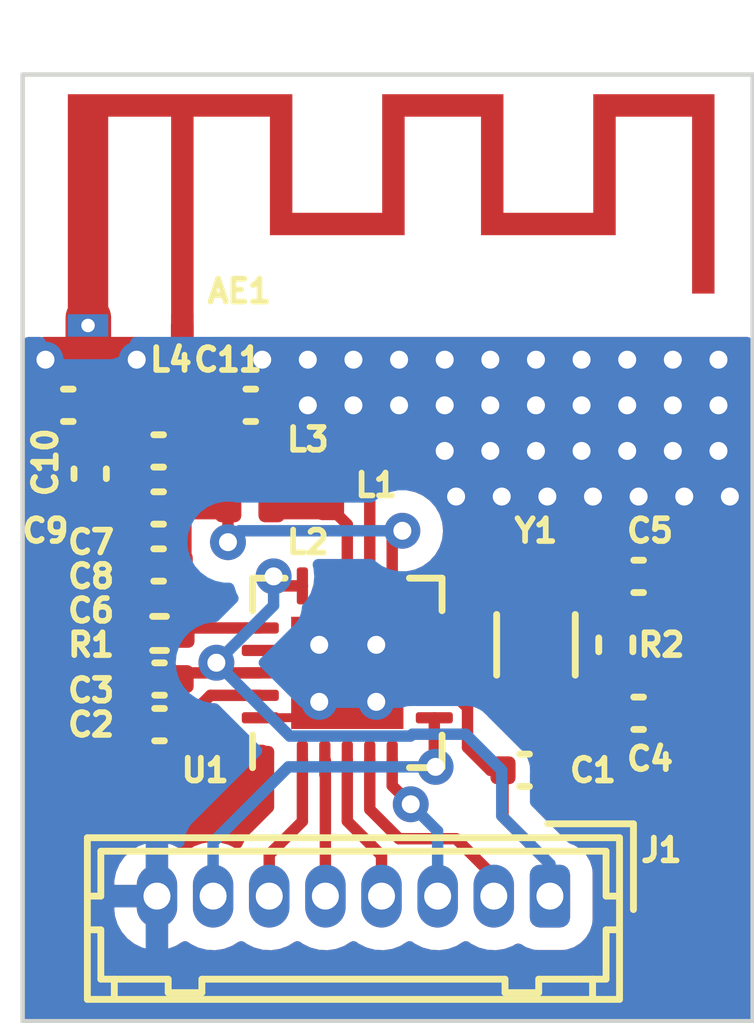
<source format=kicad_pcb>
(kicad_pcb (version 20240108) (generator "pcbnew") (generator_version "8.0")
  (layers (0 "F.Cu" signal) (31 "B.Cu" signal) (34 "B.Paste" user) (35 "F.Paste" user) (36 "B.SilkS" user "B.Silkscreen") (37 "F.SilkS" user "F.Silkscreen") (38 "B.Mask" user) (39 "F.Mask" user) (44 "Edge.Cuts" user))
  (net 0 "")
  (net 1 "Net-(AE1-A)")
  (net 2 "VDD")
  (net 3 "GND")
  (net 4 "Net-(U1-DVDD)")
  (net 5 "Net-(U1-XC2)")
  (net 6 "Net-(U1-XC1)")
  (net 7 "Net-(U1-VDD_PA)")
  (net 8 "Net-(C7-Pad1)")
  (net 9 "Net-(C10-Pad1)")
  (net 10 "Net-(J1-Pin_2)")
  (net 11 "Net-(J1-Pin_3)")
  (net 12 "Net-(J1-Pin_4)")
  (net 13 "Net-(J1-Pin_5)")
  (net 14 "Net-(J1-Pin_6)")
  (net 15 "Net-(J1-Pin_7)")
  (net 16 "Net-(U1-ANT1)")
  (net 17 "Net-(U1-ANT2)")
  (net 18 "Net-(U1-IREF)")
  (footprint "Capacitor_SMD:C_0402_1005Metric" (layer "F.Cu") (at 158.73 94.488 180)
    (property "Reference" "C6" (at 1.504 -1.016 0) (layer "F.SilkS") (effects (font (size 0.508 0.508) (thickness 0.1524))))
    (property "Value" "C_Small")
    (fp_line (start -0.107836 0.36) (end 0.107836 0.36) (stroke (width 0.1524)) (layer "F.SilkS"))
    (fp_line (start -0.107836 -0.36) (end 0.107836 -0.36) (stroke (width 0.1524)) (layer "F.SilkS"))
    (pad "1" smd roundrect (at -0.48 0 180) (size 0.56 0.62) (layers "F.Cu" "F.Paste" "F.Mask") (net 7 "Net-(U1-VDD_PA)"))
    (pad "2" smd roundrect (at 0.48 0 180) (size 0.56 0.62) (layers "F.Cu" "F.Paste" "F.Mask") (net 3 "GND"))
  )
  (footprint "Capacitor_SMD:C_0402_1005Metric" (layer "F.Cu") (at 158.75 98.044 180)
    (property "Reference" "C2" (at 1.524 0 0) (layer "F.SilkS") (effects (font (size 0.508 0.508) (thickness 0.1524))))
    (property "Value" "33n")
    (fp_line (start -0.107836 0.36) (end 0.107836 0.36) (stroke (width 0.1524)) (layer "F.SilkS"))
    (fp_line (start -0.107836 -0.36) (end 0.107836 -0.36) (stroke (width 0.1524)) (layer "F.SilkS"))
    (pad "1" smd roundrect (at -0.48 0 180) (size 0.56 0.62) (layers "F.Cu" "F.Paste" "F.Mask") (net 4 "Net-(U1-DVDD)"))
    (pad "2" smd roundrect (at 0.48 0 180) (size 0.56 0.62) (layers "F.Cu" "F.Paste" "F.Mask") (net 3 "GND"))
  )
  (footprint "Capacitor_SMD:C_0402_1005Metric" (layer "F.Cu") (at 160.782 90.932)
    (property "Reference" "C11" (at -0.508 -1.016 0) (layer "F.SilkS") (effects (font (size 0.508 0.508) (thickness 0.1524))))
    (property "Value" "Cx")
    (fp_line (start -0.107836 -0.36) (end 0.107836 -0.36) (stroke (width 0.1524)) (layer "F.SilkS"))
    (fp_line (start -0.107836 0.36) (end 0.107836 0.36) (stroke (width 0.1524)) (layer "F.SilkS"))
    (pad "1" smd roundrect (at -0.48 0) (size 0.56 0.62) (layers "F.Cu" "F.Paste" "F.Mask") (net 1 "Net-(AE1-A)"))
    (pad "2" smd roundrect (at 0.48 0) (size 0.56 0.62) (layers "F.Cu" "F.Paste" "F.Mask") (net 3 "GND"))
  )
  (footprint "Crystal:Crystal_SMD_3215-2Pin_3.2x1.5mm" (layer "F.Cu") (at 167.132 96.266 -90)
    (property "Reference" "Y1" (at -2.54 0 180) (layer "F.SilkS") (effects (font (size 0.508 0.508) (thickness 0.1524))))
    (property "Value" "16MHz")
    (fp_line (start -0.675 0.875) (end 0.675 0.875) (stroke (width 0.1524)) (layer "F.SilkS"))
    (fp_line (start -0.675 -0.875) (end 0.675 -0.875) (stroke (width 0.1524)) (layer "F.SilkS"))
    (pad "1" smd rect (at 1.25 0 270) (size 1 1.8) (layers "F.Cu" "F.Paste" "F.Mask") (net 5 "Net-(U1-XC2)"))
    (pad "2" smd rect (at -1.25 0 270) (size 1 1.8) (layers "F.Cu" "F.Paste" "F.Mask") (net 6 "Net-(U1-XC1)"))
  )
  (footprint "RF_Antenna:Texas_SWRA117D_2.4GHz_Right" (layer "F.Cu") (at 159.258 89.154)
    (property "Reference" "AE1" (at 1.27 -0.762 0) (layer "F.SilkS") (effects (font (size 0.508 0.508) (thickness 0.1524))))
    (property "Value" "Antenna")
    (fp_poly (pts (xy 2.45 -2.51) (xy 4.45 -2.51) (xy 4.45 -5.15) (xy 7.15 -5.15) (xy 7.15 -2.51) (xy 9.15 -2.51) (xy 9.15 -5.15) (xy 11.85 -5.15) (xy 11.85 -0.71) (xy 11.35 -0.71) (xy 11.35 -4.65) (xy 9.65 -4.65) (xy 9.65 -2.01) (xy 6.65 -2.01) (xy 6.65 -4.65) (xy 4.95 -4.65) (xy 4.95 -2.01) (xy 1.95 -2.01) (xy 1.95 -4.65) (xy 0.25 -4.65) (xy 0.25 0.25) (xy -0.25 0.25) (xy -0.25 -4.65) (xy -1.65 -4.65) (xy -1.65 0.25) (xy -2.55 0.25) (xy -2.55 0.006785) (xy -2.247583 0.006785) (xy -2.237742 0.054395) (xy -2.213674 0.096797) (xy -2.175731 0.129581) (xy -2.167819 0.133935) (xy -2.125156 0.146043) (xy -2.076637 0.1453) (xy -2.031122 0.1324) (xy -2.012511 0.121787) (xy -1.978868 0.086553) (xy -1.958309 0.041368) (xy -1.951778 -0.008158) (xy -1.960218 -0.056417) (xy -1.977112 -0.088643) (xy -2.012372 -0.121313) (xy -2.057682 -0.141408) (xy -2.107267 -0.147982) (xy -2.155353 -0.140092) (xy -2.188245 -0.123186) (xy -2.223185 -0.086416) (xy -2.242847 -0.041622) (xy -2.247583 0.006785) (xy -2.55 0.006785) (xy -2.55 -5.15) (xy 2.45 -5.15) (xy 2.45 -2.51)) (fill solid) (layer "F.Cu"))
    (pad "1" connect rect (at 0 0) (size 0.5 0.5) (layers "F.Cu") (net 1 "Net-(AE1-A)"))
    (pad "2" thru_hole rect (at -2.1 0) (size 0.9 0.5) (drill 0.3) (layers "*.Cu"))
  )
  (footprint "Inductor_SMD:L_0402_1005Metric" (layer "F.Cu") (at 160.762 91.948 180)
    (property "Reference" "L3" (at -1.29 0.254 0) (layer "F.SilkS") (effects (font (size 0.508 0.508) (thickness 0.1524))))
    (property "Value" "3n9")
    (pad "1" smd roundrect (at -0.485 0 180) (size 0.59 0.64) (layers "F.Cu" "F.Paste" "F.Mask") (net 16 "Net-(U1-ANT1)"))
    (pad "2" smd roundrect (at 0.485 0 180) (size 0.59 0.64) (layers "F.Cu" "F.Paste" "F.Mask") (net 8 "Net-(C7-Pad1)"))
  )
  (footprint "Resistor_SMD:R_0402_1005Metric" (layer "F.Cu") (at 158.75 96.012 180)
    (property "Reference" "R1" (at 1.524 -0.254 0) (layer "F.SilkS") (effects (font (size 0.508 0.508) (thickness 0.1524))))
    (property "Value" "22k")
    (fp_line (start -0.153641 0.38) (end 0.153641 0.38) (stroke (width 0.1524)) (layer "F.SilkS"))
    (fp_line (start -0.153641 -0.38) (end 0.153641 -0.38) (stroke (width 0.1524)) (layer "F.SilkS"))
    (pad "1" smd roundrect (at -0.51 0 180) (size 0.54 0.64) (layers "F.Cu" "F.Paste" "F.Mask") (net 18 "Net-(U1-IREF)"))
    (pad "2" smd roundrect (at 0.51 0 180) (size 0.54 0.64) (layers "F.Cu" "F.Paste" "F.Mask") (net 3 "GND"))
  )
  (footprint "Capacitor_SMD:C_0402_1005Metric" (layer "F.Cu") (at 158.73 93.218 180)
    (property "Reference" "C8" (at 1.504 -1.524 0) (layer "F.SilkS") (effects (font (size 0.508 0.508) (thickness 0.1524))))
    (property "Value" "C_Small")
    (fp_line (start -0.107836 0.36) (end 0.107836 0.36) (stroke (width 0.1524)) (layer "F.SilkS"))
    (fp_line (start -0.107836 -0.36) (end 0.107836 -0.36) (stroke (width 0.1524)) (layer "F.SilkS"))
    (pad "1" smd roundrect (at -0.48 0 180) (size 0.56 0.62) (layers "F.Cu" "F.Paste" "F.Mask") (net 7 "Net-(U1-VDD_PA)"))
    (pad "2" smd roundrect (at 0.48 0 180) (size 0.56 0.62) (layers "F.Cu" "F.Paste" "F.Mask") (net 3 "GND"))
  )
  (footprint "Capacitor_SMD:C_0402_1005Metric" (layer "F.Cu") (at 157.206 92.456 -90)
    (property "Reference" "C9" (at 1.27 0.996 180) (layer "F.SilkS") (effects (font (size 0.508 0.508) (thickness 0.1524))))
    (property "Value" "1p")
    (fp_line (start -0.107836 0.36) (end 0.107836 0.36) (stroke (width 0.1524)) (layer "F.SilkS"))
    (fp_line (start -0.107836 -0.36) (end 0.107836 -0.36) (stroke (width 0.1524)) (layer "F.SilkS"))
    (pad "1" smd roundrect (at -0.48 0 270) (size 0.56 0.62) (layers "F.Cu" "F.Paste" "F.Mask") (net 9 "Net-(C10-Pad1)"))
    (pad "2" smd roundrect (at 0.48 0 270) (size 0.56 0.62) (layers "F.Cu" "F.Paste" "F.Mask") (net 3 "GND"))
  )
  (footprint "Capacitor_SMD:C_0402_1005Metric" (layer "F.Cu") (at 156.718 90.932 180)
    (property "Reference" "C10" (at 0.508 -1.27 90) (layer "F.SilkS") (effects (font (size 0.508 0.508) (thickness 0.1524))))
    (property "Value" "Cx")
    (fp_line (start -0.107836 0.36) (end 0.107836 0.36) (stroke (width 0.1524)) (layer "F.SilkS"))
    (fp_line (start -0.107836 -0.36) (end 0.107836 -0.36) (stroke (width 0.1524)) (layer "F.SilkS"))
    (pad "1" smd roundrect (at -0.48 0 180) (size 0.56 0.62) (layers "F.Cu" "F.Paste" "F.Mask") (net 9 "Net-(C10-Pad1)"))
    (pad "2" smd roundrect (at 0.48 0 180) (size 0.56 0.62) (layers "F.Cu" "F.Paste" "F.Mask") (net 3 "GND"))
  )
  (footprint "Resistor_SMD:R_0402_1005Metric" (layer "F.Cu") (at 168.91 96.266 90)
    (property "Reference" "R2" (at 0 1.016 180) (layer "F.SilkS") (effects (font (size 0.508 0.508) (thickness 0.1524))))
    (property "Value" "10M")
    (fp_line (start -0.153641 -0.38) (end 0.153641 -0.38) (stroke (width 0.1524)) (layer "F.SilkS"))
    (fp_line (start -0.153641 0.38) (end 0.153641 0.38) (stroke (width 0.1524)) (layer "F.SilkS"))
    (pad "1" smd roundrect (at -0.51 0 90) (size 0.54 0.64) (layers "F.Cu" "F.Paste" "F.Mask") (net 5 "Net-(U1-XC2)"))
    (pad "2" smd roundrect (at 0.51 0 90) (size 0.54 0.64) (layers "F.Cu" "F.Paste" "F.Mask") (net 6 "Net-(U1-XC1)"))
  )
  (footprint "Connector_Hirose:Hirose_DF13-08P-1.25DSA_1x08_P1.25mm_Vertical" (layer "F.Cu") (at 167.443 101.862 180)
    (property "Reference" "J1" (at -2.483 1.024 0) (layer "F.SilkS") (effects (font (size 0.508 0.508) (thickness 0.1524))))
    (property "Value" "Conn_01x08_Pin")
    (fp_line (start 10.3 1.3) (end 10.3 -2.3) (stroke (width 0.1524)) (layer "F.SilkS"))
    (fp_line (start 10.3 -0.75) (end 10 -0.75) (stroke (width 0.1524)) (layer "F.SilkS"))
    (fp_line (start 10.3 -2.3) (end -1.55 -2.3) (stroke (width 0.1524)) (layer "F.SilkS"))
    (fp_line (start 10 1) (end 10 0) (stroke (width 0.1524)) (layer "F.SilkS"))
    (fp_line (start 10 0) (end 10.3 0) (stroke (width 0.1524)) (layer "F.SilkS"))
    (fp_line (start 10 -0.75) (end 10 -1.85) (stroke (width 0.1524)) (layer "F.SilkS"))
    (fp_line (start 10 -1.85) (end 9.7 -1.85) (stroke (width 0.1524)) (layer "F.SilkS"))
    (fp_line (start 9.7 -1.85) (end 9.7 -2.3) (stroke (width 0.1524)) (layer "F.SilkS"))
    (fp_line (start 8.5 -1.85) (end 9.7 -1.85) (stroke (width 0.1524)) (layer "F.SilkS"))
    (fp_line (start 8.5 -2.15) (end 8.5 -1.85) (stroke (width 0.1524)) (layer "F.SilkS"))
    (fp_line (start 7.75 -1.85) (end 7.75 -2.15) (stroke (width 0.1524)) (layer "F.SilkS"))
    (fp_line (start 7.75 -2.15) (end 8.5 -2.15) (stroke (width 0.1524)) (layer "F.SilkS"))
    (fp_line (start 1 -1.85) (end 7.75 -1.85) (stroke (width 0.1524)) (layer "F.SilkS"))
    (fp_line (start 1 -2.15) (end 1 -1.85) (stroke (width 0.1524)) (layer "F.SilkS"))
    (fp_line (start 0.25 -1.85) (end 0.25 -2.15) (stroke (width 0.1524)) (layer "F.SilkS"))
    (fp_line (start 0.25 -2.15) (end 1 -2.15) (stroke (width 0.1524)) (layer "F.SilkS"))
    (fp_line (start -0.95 -1.85) (end 0.25 -1.85) (stroke (width 0.1524)) (layer "F.SilkS"))
    (fp_line (start -0.95 -1.85) (end -0.95 -2.3) (stroke (width 0.1524)) (layer "F.SilkS"))
    (fp_line (start -1.25 1) (end 10 1) (stroke (width 0.1524)) (layer "F.SilkS"))
    (fp_line (start -1.25 0) (end -1.25 1) (stroke (width 0.1524)) (layer "F.SilkS"))
    (fp_line (start -1.25 -0.75) (end -1.25 -1.85) (stroke (width 0.1524)) (layer "F.SilkS"))
    (fp_line (start -1.25 -1.85) (end -0.95 -1.85) (stroke (width 0.1524)) (layer "F.SilkS"))
    (fp_line (start -1.55 1.3) (end 10.3 1.3) (stroke (width 0.1524)) (layer "F.SilkS"))
    (fp_line (start -1.55 0) (end -1.25 0) (stroke (width 0.1524)) (layer "F.SilkS"))
    (fp_line (start -1.55 -0.75) (end -1.25 -0.75) (stroke (width 0.1524)) (layer "F.SilkS"))
    (fp_line (start -1.55 -2.3) (end -1.55 1.3) (stroke (width 0.1524)) (layer "F.SilkS"))
    (fp_line (start -1.86 1.61) (end 0.05 1.61) (stroke (width 0.1524)) (layer "F.SilkS"))
    (fp_line (start -1.86 -0.3) (end -1.86 1.61) (stroke (width 0.1524)) (layer "F.SilkS"))
    (pad "1" thru_hole roundrect (at 0 0 180) (size 0.9 1.4) (drill 0.6) (layers "*.Cu" "*.Mask") (net 2 "VDD"))
    (pad "2" thru_hole oval (at 1.25 0 180) (size 0.9 1.4) (drill 0.6) (layers "*.Cu" "*.Mask") (net 10 "Net-(J1-Pin_2)"))
    (pad "3" thru_hole oval (at 2.5 0 180) (size 0.9 1.4) (drill 0.6) (layers "*.Cu" "*.Mask") (net 11 "Net-(J1-Pin_3)"))
    (pad "4" thru_hole oval (at 3.75 0 180) (size 0.9 1.4) (drill 0.6) (layers "*.Cu" "*.Mask") (net 12 "Net-(J1-Pin_4)"))
    (pad "5" thru_hole oval (at 5 0 180) (size 0.9 1.4) (drill 0.6) (layers "*.Cu" "*.Mask") (net 13 "Net-(J1-Pin_5)"))
    (pad "6" thru_hole oval (at 6.25 0 180) (size 0.9 1.4) (drill 0.6) (layers "*.Cu" "*.Mask") (net 14 "Net-(J1-Pin_6)"))
    (pad "7" thru_hole oval (at 7.5 0 180) (size 0.9 1.4) (drill 0.6) (layers "*.Cu" "*.Mask") (net 15 "Net-(J1-Pin_7)"))
    (pad "8" thru_hole oval (at 8.75 0 180) (size 0.9 1.4) (drill 0.6) (layers "*.Cu" "*.Mask") (net 3 "GND"))
  )
  (footprint "Capacitor_SMD:C_0402_1005Metric" (layer "F.Cu") (at 166.878 99.06)
    (property "Reference" "C1" (at 1.524 0 0) (layer "F.SilkS") (effects (font (size 0.508 0.508) (thickness 0.1524))))
    (property "Value" "10n")
    (fp_line (start -0.107836 -0.36) (end 0.107836 -0.36) (stroke (width 0.1524)) (layer "F.SilkS"))
    (fp_line (start -0.107836 0.36) (end 0.107836 0.36) (stroke (width 0.1524)) (layer "F.SilkS"))
    (pad "1" smd roundrect (at -0.48 0) (size 0.56 0.62) (layers "F.Cu" "F.Paste" "F.Mask") (net 2 "VDD"))
    (pad "2" smd roundrect (at 0.48 0) (size 0.56 0.62) (layers "F.Cu" "F.Paste" "F.Mask") (net 3 "GND"))
  )
  (footprint "Package_DFN_QFN:QFN-20-1EP_4x4mm_P0.5mm_EP2.5x2.5mm" (layer "F.Cu") (at 162.931 96.891 90)
    (property "Reference" "U1" (at -2.169 -3.165 180) (layer "F.SilkS") (effects (font (size 0.508 0.508) (thickness 0.1524))))
    (property "Value" "NRF24L01")
    (fp_line (start 2.11 -2.11) (end 2.11 -1.385) (stroke (width 0.1524)) (layer "F.SilkS"))
    (fp_line (start 1.385 -2.11) (end 2.11 -2.11) (stroke (width 0.1524)) (layer "F.SilkS"))
    (fp_line (start -1.385 -2.11) (end -2.11 -2.11) (stroke (width 0.1524)) (layer "F.SilkS"))
    (fp_line (start 2.11 2.11) (end 2.11 1.385) (stroke (width 0.1524)) (layer "F.SilkS"))
    (fp_line (start 1.385 2.11) (end 2.11 2.11) (stroke (width 0.1524)) (layer "F.SilkS"))
    (fp_line (start -1.385 2.11) (end -2.11 2.11) (stroke (width 0.1524)) (layer "F.SilkS"))
    (fp_line (start -2.11 2.11) (end -2.11 1.385) (stroke (width 0.1524)) (layer "F.SilkS"))
    (pad "1" smd roundrect (at -1.9375 -1 90) (size 0.825 0.25) (layers "F.Cu" "F.Paste" "F.Mask") (net 14 "Net-(J1-Pin_6)"))
    (pad "2" smd roundrect (at -1.9375 -0.5 90) (size 0.825 0.25) (layers "F.Cu" "F.Paste" "F.Mask") (net 13 "Net-(J1-Pin_5)"))
    (pad "3" smd roundrect (at -1.9375 0 90) (size 0.825 0.25) (layers "F.Cu" "F.Paste" "F.Mask") (net 12 "Net-(J1-Pin_4)"))
    (pad "4" smd roundrect (at -1.9375 0.5 90) (size 0.825 0.25) (layers "F.Cu" "F.Paste" "F.Mask") (net 10 "Net-(J1-Pin_2)"))
    (pad "5" smd roundrect (at -1.9375 1 90) (size 0.825 0.25) (layers "F.Cu" "F.Paste" "F.Mask") (net 11 "Net-(J1-Pin_3)"))
    (pad "6" smd roundrect (at -1 1.9375 90) (size 0.25 0.825) (layers "F.Cu" "F.Paste" "F.Mask") (net 15 "Net-(J1-Pin_7)"))
    (pad "7" smd roundrect (at -0.5 1.9375 90) (size 0.25 0.825) (layers "F.Cu" "F.Paste" "F.Mask") (net 2 "VDD"))
    (pad "8" smd roundrect (at 0 1.9375 90) (size 0.25 0.825) (layers "F.Cu" "F.Paste" "F.Mask") (net 3 "GND"))
    (pad "9" smd roundrect (at 0.5 1.9375 90) (size 0.25 0.825) (layers "F.Cu" "F.Paste" "F.Mask") (net 5 "Net-(U1-XC2)"))
    (pad "10" smd roundrect (at 1 1.9375 90) (size 0.25 0.825) (layers "F.Cu" "F.Paste" "F.Mask") (net 6 "Net-(U1-XC1)"))
    (pad "11" smd roundrect (at 1.9375 1 90) (size 0.825 0.25) (layers "F.Cu" "F.Paste" "F.Mask") (net 7 "Net-(U1-VDD_PA)"))
    (pad "12" smd roundrect (at 1.9375 0.5 90) (size 0.825 0.25) (layers "F.Cu" "F.Paste" "F.Mask") (net 16 "Net-(U1-ANT1)"))
    (pad "13" smd roundrect (at 1.9375 0 90) (size 0.825 0.25) (layers "F.Cu" "F.Paste" "F.Mask") (net 17 "Net-(U1-ANT2)"))
    (pad "14" smd roundrect (at 1.9375 -0.5 90) (size 0.825 0.25) (layers "F.Cu" "F.Paste" "F.Mask") (net 3 "GND"))
    (pad "15" smd roundrect (at 1.9375 -1 90) (size 0.825 0.25) (layers "F.Cu" "F.Paste" "F.Mask") (net 2 "VDD"))
    (pad "16" smd roundrect (at 1 -1.9375 90) (size 0.25 0.825) (layers "F.Cu" "F.Paste" "F.Mask") (net 18 "Net-(U1-IREF)"))
    (pad "17" smd roundrect (at 0.5 -1.9375 90) (size 0.25 0.825) (layers "F.Cu" "F.Paste" "F.Mask") (net 3 "GND"))
    (pad "18" smd roundrect (at 0 -1.9375 90) (size 0.25 0.825) (layers "F.Cu" "F.Paste" "F.Mask") (net 2 "VDD"))
    (pad "19" smd roundrect (at -0.5 -1.9375 90) (size 0.25 0.825) (layers "F.Cu" "F.Paste" "F.Mask") (net 4 "Net-(U1-DVDD)"))
    (pad "20" smd roundrect (at -1 -1.9375 90) (size 0.25 0.825) (layers "F.Cu" "F.Paste" "F.Mask") (net 3 "GND"))
    (pad "21" smd rect (at 0 0 90) (size 2.5 2.5) (layers "F.Cu" "F.Mask"))
  )
  (footprint "Inductor_SMD:L_0402_1005Metric" (layer "F.Cu") (at 158.75 90.932)
    (property "Reference" "L4" (at 0.254 -1.016 0) (layer "F.SilkS") (effects (font (size 0.508 0.508) (thickness 0.1524))))
    (property "Value" "Lx")
    (pad "1" smd roundrect (at -0.485 0) (size 0.59 0.64) (layers "F.Cu" "F.Paste" "F.Mask") (net 9 "Net-(C10-Pad1)"))
    (pad "2" smd roundrect (at 0.485 0) (size 0.59 0.64) (layers "F.Cu" "F.Paste" "F.Mask") (net 1 "Net-(AE1-A)"))
  )
  (footprint "Capacitor_SMD:C_0402_1005Metric" (layer "F.Cu") (at 169.418 94.742)
    (property "Reference" "C5" (at 0.254 -1.016 0) (layer "F.SilkS") (effects (font (size 0.508 0.508) (thickness 0.1524))))
    (property "Value" "22p")
    (fp_line (start -0.107836 -0.36) (end 0.107836 -0.36) (stroke (width 0.1524)) (layer "F.SilkS"))
    (fp_line (start -0.107836 0.36) (end 0.107836 0.36) (stroke (width 0.1524)) (layer "F.SilkS"))
    (pad "1" smd roundrect (at -0.48 0) (size 0.56 0.62) (layers "F.Cu" "F.Paste" "F.Mask") (net 6 "Net-(U1-XC1)"))
    (pad "2" smd roundrect (at 0.48 0) (size 0.56 0.62) (layers "F.Cu" "F.Paste" "F.Mask") (net 3 "GND"))
  )
  (footprint "Capacitor_SMD:C_0402_1005Metric" (layer "F.Cu") (at 169.418 97.79)
    (property "Reference" "C4" (at 0.254 1.016 0) (layer "F.SilkS") (effects (font (size 0.508 0.508) (thickness 0.1524))))
    (property "Value" "22p")
    (fp_line (start -0.107836 -0.36) (end 0.107836 -0.36) (stroke (width 0.1524)) (layer "F.SilkS"))
    (fp_line (start -0.107836 0.36) (end 0.107836 0.36) (stroke (width 0.1524)) (layer "F.SilkS"))
    (pad "1" smd roundrect (at -0.48 0) (size 0.56 0.62) (layers "F.Cu" "F.Paste" "F.Mask") (net 5 "Net-(U1-XC2)"))
    (pad "2" smd roundrect (at 0.48 0) (size 0.56 0.62) (layers "F.Cu" "F.Paste" "F.Mask") (net 3 "GND"))
  )
  (footprint "Capacitor_SMD:C_0402_1005Metric" (layer "F.Cu") (at 158.73 91.948 180)
    (property "Reference" "C7" (at 1.504 -2.032 0) (layer "F.SilkS") (effects (font (size 0.508 0.508) (thickness 0.1524))))
    (property "Value" "1p5")
    (fp_line (start -0.107836 0.36) (end 0.107836 0.36) (stroke (width 0.1524)) (layer "F.SilkS"))
    (fp_line (start -0.107836 -0.36) (end 0.107836 -0.36) (stroke (width 0.1524)) (layer "F.SilkS"))
    (pad "1" smd roundrect (at -0.48 0 180) (size 0.56 0.62) (layers "F.Cu" "F.Paste" "F.Mask") (net 8 "Net-(C7-Pad1)"))
    (pad "2" smd roundrect (at 0.48 0 180) (size 0.56 0.62) (layers "F.Cu" "F.Paste" "F.Mask") (net 9 "Net-(C10-Pad1)"))
  )
  (footprint "Inductor_SMD:L_0402_1005Metric" (layer "F.Cu") (at 160.762 93.218 180)
    (property "Reference" "L2" (at -1.29 -0.762 0) (layer "F.SilkS") (effects (font (size 0.508 0.508) (thickness 0.1524))))
    (property "Value" "2n7")
    (pad "1" smd roundrect (at -0.485 0 180) (size 0.59 0.64) (layers "F.Cu" "F.Paste" "F.Mask") (net 17 "Net-(U1-ANT2)"))
    (pad "2" smd roundrect (at 0.485 0 180) (size 0.59 0.64) (layers "F.Cu" "F.Paste" "F.Mask") (net 7 "Net-(U1-VDD_PA)"))
  )
  (footprint "Capacitor_SMD:C_0402_1005Metric" (layer "F.Cu") (at 158.75 97.028 180)
    (property "Reference" "C3" (at 1.524 -0.254 0) (layer "F.SilkS") (effects (font (size 0.508 0.508) (thickness 0.1524))))
    (property "Value" "1n")
    (fp_line (start -0.107836 0.36) (end 0.107836 0.36) (stroke (width 0.1524)) (layer "F.SilkS"))
    (fp_line (start -0.107836 -0.36) (end 0.107836 -0.36) (stroke (width 0.1524)) (layer "F.SilkS"))
    (pad "1" smd roundrect (at -0.48 0 180) (size 0.56 0.62) (layers "F.Cu" "F.Paste" "F.Mask") (net 2 "VDD"))
    (pad "2" smd roundrect (at 0.48 0 180) (size 0.56 0.62) (layers "F.Cu" "F.Paste" "F.Mask") (net 3 "GND"))
  )
  (footprint "Inductor_SMD:L_0402_1005Metric" (layer "F.Cu") (at 162.54 92.71 -90)
    (property "Reference" "L1" (at 0 -1.036 180) (layer "F.SilkS") (effects (font (size 0.508 0.508) (thickness 0.1524))))
    (property "Value" "8n2")
    (pad "1" smd roundrect (at -0.485 0 270) (size 0.59 0.64) (layers "F.Cu" "F.Paste" "F.Mask") (net 16 "Net-(U1-ANT1)"))
    (pad "2" smd roundrect (at 0.485 0 270) (size 0.59 0.64) (layers "F.Cu" "F.Paste" "F.Mask") (net 17 "Net-(U1-ANT2)"))
  )
  (gr_line (start 157.165099 88.989114) (end 157.165099 89.878114) (stroke (width 1.016)) (layer "F.Cu") (net 3))
  (gr_line (start 162.140795 97.88927) (end 160.870795 97.88927) (stroke (width 0.2)) (layer "F.Cu") (net 3))
  (gr_line (start 156.21 89.916) (end 158.242 89.916) (stroke (width 1.016)) (layer "F.Cu") (net 3))
  (gr_line (start 162.424589 94.82348) (end 162.424589 96.09348) (stroke (width 0.2)) (layer "F.Cu") (net 3))
  (gr_line (start 162.221078 96.390655) (end 160.951078 96.390655) (stroke (width 0.2)) (layer "F.Cu") (net 3))
  (gr_line (start 165.017601 96.894653) (end 163.747601 96.894653) (stroke (width 0.2)) (layer "F.Cu") (net 3))
  (gr_line (start 159.258 89.154) (end 159.258 90.932) (stroke (width 0.508)) (layer "F.Cu") (net 1))
  (gr_line (start 171.958 104.648) (end 171.704 104.648) (stroke (width 0.1)) (layer "Edge.Cuts"))
  (gr_line (start 155.702 104.648) (end 155.702 83.566) (stroke (width 0.1)) (layer "Edge.Cuts"))
  (gr_line (start 171.958 83.566) (end 171.958 104.648) (stroke (width 0.1)) (layer "Edge.Cuts"))
  (gr_line (start 171.704 104.648) (end 155.702 104.648) (stroke (width 0.1)) (layer "Edge.Cuts"))
  (gr_line (start 155.702 83.566) (end 171.958 83.566) (stroke (width 0.1)) (layer "Edge.Cuts"))
  (segment (start 160.302 90.932) (end 159.235 90.932) (width 0.508) (layer "F.Cu") (net 1))
  (segment (start 167.443 101.862) (end 167.443 101.149) (width 0.254) (layer "F.Cu") (net 2))
  (segment (start 161.5015 94.9535) (end 161.29 94.742) (width 0.254) (layer "F.Cu") (net 2))
  (segment (start 159.367 96.891) (end 159.23 97.028) (width 0.254) (layer "F.Cu") (net 2))
  (segment (start 161.931 94.9535) (end 161.5015 94.9535) (width 0.254) (layer "F.Cu") (net 2))
  (segment (start 160.9935 96.891) (end 159.367 96.891) (width 0.254) (layer "F.Cu") (net 2))
  (segment (start 166.116 99.06) (end 166.398 99.06) (width 0.254) (layer "F.Cu") (net 2))
  (segment (start 165.608 97.667164) (end 165.608 98.552) (width 0.254) (layer "F.Cu") (net 2))
  (segment (start 166.398 100.104) (end 166.398 99.06) (width 0.254) (layer "F.Cu") (net 2))
  (segment (start 165.608 98.552) (end 166.116 99.06) (width 0.254) (layer "F.Cu") (net 2))
  (segment (start 164.8685 97.391) (end 165.331836 97.391) (width 0.254) (layer "F.Cu") (net 2))
  (segment (start 167.443 101.149) (end 166.398 100.104) (width 0.254) (layer "F.Cu") (net 2))
  (segment (start 165.331836 97.391) (end 165.608 97.667164) (width 0.254) (layer "F.Cu") (net 2))
  (via (at 161.29 94.742) (size 0.8) (drill 0.4) (layers "F.Cu" "B.Cu") (net 2))
  (via (at 160.016026 96.6645) (size 0.8) (drill 0.4) (layers "F.Cu" "B.Cu") (net 2))
  (segment (start 160.016026 96.6645) (end 161.649526 98.298) (width 0.254) (layer "B.Cu") (net 2))
  (segment (start 165.566683 98.256683) (end 166.37 99.06) (width 0.254) (layer "B.Cu") (net 2))
  (segment (start 161.29 94.742) (end 161.29 95.390526) (width 0.254) (layer "B.Cu") (net 2))
  (segment (start 166.37 99.06) (end 166.37 100.076) (width 0.254) (layer "B.Cu") (net 2))
  (segment (start 161.29 95.390526) (end 160.016026 96.6645) (width 0.254) (layer "B.Cu") (net 2))
  (segment (start 166.37 100.076) (end 167.443 101.149) (width 0.254) (layer "B.Cu") (net 2))
  (segment (start 164.338 98.298) (end 164.379317 98.256683) (width 0.254) (layer "B.Cu") (net 2))
  (segment (start 161.649526 98.298) (end 164.338 98.298) (width 0.254) (layer "B.Cu") (net 2))
  (segment (start 164.379317 98.256683) (end 165.566683 98.256683) (width 0.254) (layer "B.Cu") (net 2))
  (segment (start 167.443 101.149) (end 167.443 101.862) (width 0.254) (layer "B.Cu") (net 2))
  (segment (start 162.431 94.9535) (end 162.431 95.314) (width 0.254) (layer "F.Cu") (net 3))
  (via (at 164.084 90.932) (size 0.8) (drill 0.4) (layers "F.Cu" "B.Cu") (net 3))
  (via (at 169.164 89.916) (size 0.8) (drill 0.4) (layers "F.Cu" "B.Cu") (net 3))
  (via (at 171.196 89.916) (size 0.8) (drill 0.4) (layers "F.Cu" "B.Cu") (net 3))
  (via (at 165.1 89.916) (size 0.8) (drill 0.4) (layers "F.Cu" "B.Cu") (net 3))
  (via (at 162.306 96.266) (size 0.8) (drill 0.4) (layers "F.Cu" "B.Cu") (net 3))
  (via (at 165.354 92.964) (size 0.8) (drill 0.4) (layers "F.Cu" "B.Cu") (net 3))
  (via (at 167.386 92.964) (size 0.8) (drill 0.4) (layers "F.Cu" "B.Cu") (net 3))
  (via (at 170.434 92.964) (size 0.8) (drill 0.4) (layers "F.Cu" "B.Cu") (net 3))
  (via (at 171.196 91.948) (size 0.8) (drill 0.4) (layers "F.Cu" "B.Cu") (net 3))
  (via (at 162.306 97.536) (size 0.8) (drill 0.4) (layers "F.Cu" "B.Cu") (net 3))
  (via (at 169.164 91.948) (size 0.8) (drill 0.4) (layers "F.Cu" "B.Cu") (net 3))
  (via (at 168.148 90.932) (size 0.8) (drill 0.4) (layers "F.Cu" "B.Cu") (net 3))
  (via (at 164.084 89.916) (size 0.8) (drill 0.4) (layers "F.Cu" "B.Cu") (net 3))
  (via (at 169.418 92.964) (size 0.8) (drill 0.4) (layers "F.Cu" "B.Cu") (net 3))
  (via (at 170.18 89.916) (size 0.8) (drill 0.4) (layers "F.Cu" "B.Cu") (net 3))
  (via (at 162.052 89.916) (size 0.8) (drill 0.4) (layers "F.Cu" "B.Cu") (net 3))
  (via (at 162.052 90.932) (size 0.8) (drill 0.4) (layers "F.Cu" "B.Cu") (net 3))
  (via (at 165.1 91.948) (size 0.8) (drill 0.4) (layers "F.Cu" "B.Cu") (net 3))
  (via (at 168.402 92.964) (size 0.8) (drill 0.4) (layers "F.Cu" "B.Cu") (net 3))
  (via (at 167.132 89.916) (size 0.8) (drill 0.4) (layers "F.Cu" "B.Cu") (net 3))
  (via (at 166.116 90.932) (size 0.8) (drill 0.4) (layers "F.Cu" "B.Cu") (net 3))
  (via (at 165.1 90.932) (size 0.8) (drill 0.4) (layers "F.Cu" "B.Cu") (net 3))
  (via (at 161.036 89.916) (size 0.8) (drill 0.4) (layers "F.Cu" "B.Cu") (net 3))
  (via (at 163.576 96.266) (size 0.8) (drill 0.4) (layers "F.Cu" "B.Cu") (net 3))
  (via (at 169.164 90.932) (size 0.8) (drill 0.4) (layers "F.Cu" "B.Cu") (net 3))
  (via (at 163.068 90.932) (size 0.8) (drill 0.4) (layers "F.Cu" "B.Cu") (net 3))
  (via (at 168.148 89.916) (size 0.8) (drill 0.4) (layers "F.Cu" "B.Cu") (net 3))
  (via (at 171.45 92.964) (size 0.8) (drill 0.4) (layers "F.Cu" "B.Cu") (net 3))
  (via (at 156.21 89.916) (size 0.8) (drill 0.4) (layers "F.Cu" "B.Cu") (net 3))
  (via (at 166.37 92.964) (size 0.8) (drill 0.4) (layers "F.Cu" "B.Cu") (net 3))
  (via (at 171.196 90.932) (size 0.8) (drill 0.4) (layers "F.Cu" "B.Cu") (net 3))
  (via (at 167.132 90.932) (size 0.8) (drill 0.4) (layers "F.Cu" "B.Cu") (net 3))
  (via (at 166.116 91.948) (size 0.8) (drill 0.4) (layers "F.Cu" "B.Cu") (net 3))
  (via (at 163.068 89.916) (size 0.8) (drill 0.4) (layers "F.Cu" "B.Cu") (net 3))
  (via (at 167.132 91.948) (size 0.8) (drill 0.4) (layers "F.Cu" "B.Cu") (net 3))
  (via (at 166.116 89.916) (size 0.8) (drill 0.4) (layers "F.Cu" "B.Cu") (net 3))
  (via (at 158.242 89.916) (size 0.8) (drill 0.4) (layers "F.Cu" "B.Cu") (net 3))
  (via (at 170.18 91.948) (size 0.8) (drill 0.4) (layers "F.Cu" "B.Cu") (net 3))
  (via (at 163.576 97.536) (size 0.8) (drill 0.4) (layers "F.Cu" "B.Cu") (net 3))
  (via (at 170.18 90.932) (size 0.8) (drill 0.4) (layers "F.Cu" "B.Cu") (net 3))
  (via (at 168.148 91.948) (size 0.8) (drill 0.4) (layers "F.Cu" "B.Cu") (net 3))
  (segment (start 159.883 97.391) (end 159.23 98.044) (width 0.254) (layer "F.Cu") (net 4))
  (segment (start 160.9935 97.391) (end 159.883 97.391) (width 0.254) (layer "F.Cu") (net 4))
  (segment (start 168.938 97.79) (end 168.938 96.804) (width 0.254) (layer "F.Cu") (net 5))
  (segment (start 167.132 96.774) (end 167.132 97.516) (width 0.254) (layer "F.Cu") (net 5))
  (segment (start 168.938 96.804) (end 168.91 96.776) (width 0.254) (layer "F.Cu") (net 5))
  (segment (start 168.938 97.79) (end 167.406 97.79) (width 0.254) (layer "F.Cu") (net 5))
  (segment (start 164.8685 96.391) (end 166.749 96.391) (width 0.254) (layer "F.Cu") (net 5))
  (segment (start 167.406 97.79) (end 167.132 97.516) (width 0.254) (layer "F.Cu") (net 5))
  (segment (start 166.749 96.391) (end 167.132 96.774) (width 0.254) (layer "F.Cu") (net 5))
  (segment (start 166.745 95.891) (end 167.132 95.504) (width 0.254) (layer "F.Cu") (net 6))
  (segment (start 167.406 94.742) (end 167.132 95.016) (width 0.254) (layer "F.Cu") (net 6))
  (segment (start 168.938 94.742) (end 168.938 95.728) (width 0.254) (layer "F.Cu") (net 6))
  (segment (start 168.938 94.742) (end 167.406 94.742) (width 0.254) (layer "F.Cu") (net 6))
  (segment (start 164.8685 95.891) (end 166.745 95.891) (width 0.254) (layer "F.Cu") (net 6))
  (segment (start 167.132 95.504) (end 167.132 95.016) (width 0.254) (layer "F.Cu") (net 6))
  (segment (start 168.938 95.728) (end 168.91 95.756) (width 0.254) (layer "F.Cu") (net 6))
  (segment (start 160.274 93.221) (end 160.277 93.218) (width 0.254) (layer "F.Cu") (net 7))
  (segment (start 163.931 94.9535) (end 163.931 93.9525) (width 0.254) (layer "F.Cu") (net 7))
  (segment (start 160.274 93.98) (end 160.274 93.221) (width 0.254) (layer "F.Cu") (net 7))
  (segment (start 163.931 93.9525) (end 164.1575 93.726) (width 0.254) (layer "F.Cu") (net 7))
  (segment (start 159.21 93.218) (end 159.21 94.488) (width 0.508) (layer "F.Cu") (net 7))
  (segment (start 160.277 93.218) (end 159.21 93.218) (width 0.508) (layer "F.Cu") (net 7))
  (via (at 160.274 93.98) (size 0.8) (drill 0.4) (layers "F.Cu" "B.Cu") (net 7))
  (via (at 164.1575 93.726) (size 0.8) (drill 0.4) (layers "F.Cu" "B.Cu") (net 7))
  (segment (start 160.528 93.726) (end 160.274 93.98) (width 0.254) (layer "B.Cu") (net 7))
  (segment (start 164.1575 93.726) (end 160.528 93.726) (width 0.254) (layer "B.Cu") (net 7))
  (segment (start 159.21 91.948) (end 160.277 91.948) (width 0.508) (layer "F.Cu") (net 8))
  (segment (start 158.265 90.932) (end 158.265 91.933) (width 0.508) (layer "F.Cu") (net 9))
  (segment (start 158.265 91.933) (end 158.25 91.948) (width 0.508) (layer "F.Cu") (net 9))
  (segment (start 157.206 91.976) (end 158.222 91.976) (width 0.508) (layer "F.Cu") (net 9))
  (segment (start 157.198 91.968) (end 157.206 91.976) (width 0.508) (layer "F.Cu") (net 9))
  (segment (start 158.222 91.976) (end 158.25 91.948) (width 0.508) (layer "F.Cu") (net 9))
  (segment (start 157.198 90.932) (end 157.198 91.968) (width 0.508) (layer "F.Cu") (net 9))
  (segment (start 163.431 99.931) (end 164.084 100.584) (width 0.254) (layer "F.Cu") (net 10))
  (segment (start 163.431 98.8285) (end 163.431 99.931) (width 0.254) (layer "F.Cu") (net 10))
  (segment (start 166.193 101.423) (end 166.193 101.862) (width 0.254) (layer "F.Cu") (net 10))
  (segment (start 164.084 100.584) (end 165.354 100.584) (width 0.254) (layer "F.Cu") (net 10))
  (segment (start 165.354 100.584) (end 166.193 101.423) (width 0.254) (layer "F.Cu") (net 10))
  (segment (start 163.931 99.403572) (end 164.343714 99.816286) (width 0.254) (layer "F.Cu") (net 11))
  (segment (start 163.931 98.8285) (end 163.931 99.403572) (width 0.254) (layer "F.Cu") (net 11))
  (via (at 164.343714 99.816286) (size 0.8) (drill 0.4) (layers "F.Cu" "B.Cu") (net 11))
  (segment (start 164.343714 99.816286) (end 164.943 100.415572) (width 0.254) (layer "B.Cu") (net 11))
  (segment (start 164.943 100.415572) (end 164.943 101.862) (width 0.254) (layer "B.Cu") (net 11))
  (segment (start 163.693 100.955) (end 163.693 101.862) (width 0.254) (layer "F.Cu") (net 12))
  (segment (start 162.931 98.8285) (end 162.931 100.193) (width 0.254) (layer "F.Cu") (net 12))
  (segment (start 162.931 100.193) (end 163.693 100.955) (width 0.254) (layer "F.Cu") (net 12))
  (segment (start 162.431 98.8285) (end 162.443 98.8405) (width 0.254) (layer "F.Cu") (net 13))
  (segment (start 162.443 98.8405) (end 162.443 101.862) (width 0.254) (layer "F.Cu") (net 13))
  (segment (start 161.931 98.8285) (end 161.931 100.197) (width 0.254) (layer "F.Cu") (net 14))
  (segment (start 161.193 100.935) (end 161.193 101.862) (width 0.254) (layer "F.Cu") (net 14))
  (segment (start 161.931 100.197) (end 161.193 100.935) (width 0.254) (layer "F.Cu") (net 14))
  (segment (start 164.8685 98.955497) (end 164.896686 98.983683) (width 0.254) (layer "F.Cu") (net 15))
  (segment (start 164.8685 97.891) (end 164.8685 98.955497) (width 0.254) (layer "F.Cu") (net 15))
  (via (at 164.896686 98.983683) (size 0.8) (drill 0.4) (layers "F.Cu" "B.Cu") (net 15))
  (segment (start 159.943 100.661) (end 159.943 101.862) (width 0.254) (layer "B.Cu") (net 15))
  (segment (start 164.896686 98.983683) (end 161.620317 98.983683) (width 0.254) (layer "B.Cu") (net 15))
  (segment (start 161.620317 98.983683) (end 159.943 100.661) (width 0.254) (layer "B.Cu") (net 15))
  (segment (start 163.431 94.9535) (end 163.431 92.565) (width 0.254) (layer "F.Cu") (net 16))
  (segment (start 161.247 91.948) (end 162.263 91.948) (width 0.508) (layer "F.Cu") (net 16))
  (segment (start 163.431 92.565) (end 163.068 92.202) (width 0.254) (layer "F.Cu") (net 16))
  (segment (start 162.263 91.948) (end 162.54 92.225) (width 0.508) (layer "F.Cu") (net 16))
  (segment (start 163.068 92.202) (end 162.563 92.202) (width 0.254) (layer "F.Cu") (net 16))
  (segment (start 162.563 92.202) (end 162.54 92.225) (width 0.254) (layer "F.Cu") (net 16))
  (segment (start 162.931 94.9535) (end 162.931 93.586) (width 0.254) (layer "F.Cu") (net 17))
  (segment (start 161.247 93.218) (end 162.517 93.218) (width 0.508) (layer "F.Cu") (net 17))
  (segment (start 162.931 93.586) (end 162.54 93.195) (width 0.254) (layer "F.Cu") (net 17))
  (segment (start 162.517 93.218) (end 162.54 93.195) (width 0.508) (layer "F.Cu") (net 17))
  (segment (start 159.381 95.891) (end 159.26 96.012) (width 0.254) (layer "F.Cu") (net 18))
  (segment (start 160.9935 95.891) (end 159.381 95.891) (width 0.254) (layer "F.Cu") (net 18))
  (zone (net 3) (net_name "GND") (layer "F.Cu") (priority 1) (connect_pads (clearance 0.5)) (min_thickness 0.25) (fill yes (thermal_gap 0.5) (thermal_bridge_width 0.5))
    (polygon (pts (xy 155.702 89.408) (xy 171.958 89.408) (xy 171.958 104.648) (xy 155.702 104.648)))
  )
  (zone (net 3) (net_name "GND") (layer "B.Cu") (connect_pads (clearance 0.5)) (min_thickness 0.25) (fill yes (thermal_gap 0.5) (thermal_bridge_width 0.5))
    (polygon (pts (xy 155.702 89.408) (xy 171.958 89.408) (xy 171.958 104.648) (xy 155.702 104.648)))
  )
)
</source>
